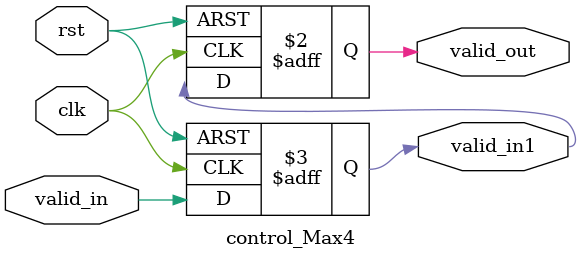
<source format=v>
module control_Max4 (
    input valid_in, clk, rst,
    output reg valid_out, valid_in1 
  );

    always @(posedge clk or posedge rst) 
    begin
        if(rst)begin
            valid_in1 <= 1'd0;
            valid_out <= 1'd0;
        end
        else begin
            valid_in1 <= valid_in;
            valid_out <= valid_in1;
        end
    end        

endmodule





</source>
